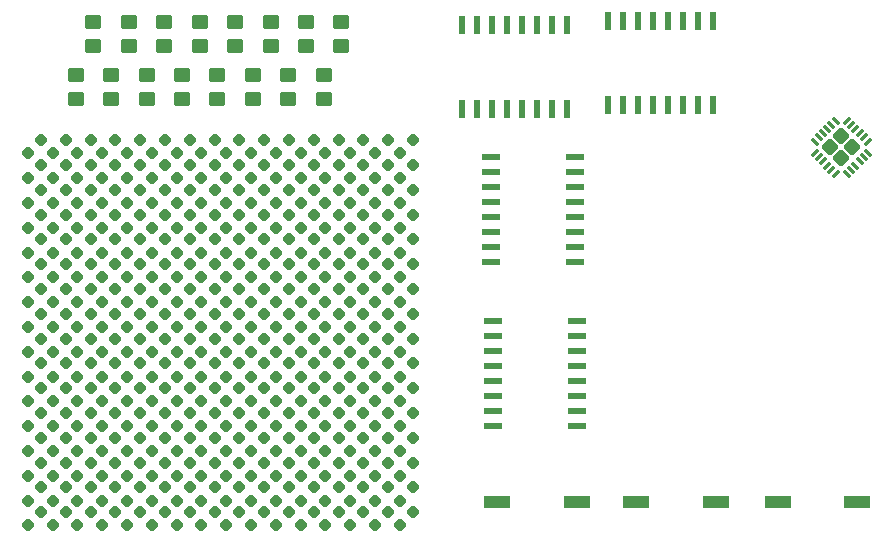
<source format=gbr>
%TF.GenerationSoftware,KiCad,Pcbnew,(6.0.5)*%
%TF.CreationDate,2022-07-14T17:11:25-07:00*%
%TF.ProjectId,PCBbuscard,50434262-7573-4636-9172-642e6b696361,rev?*%
%TF.SameCoordinates,Original*%
%TF.FileFunction,Paste,Top*%
%TF.FilePolarity,Positive*%
%FSLAX46Y46*%
G04 Gerber Fmt 4.6, Leading zero omitted, Abs format (unit mm)*
G04 Created by KiCad (PCBNEW (6.0.5)) date 2022-07-14 17:11:25*
%MOMM*%
%LPD*%
G01*
G04 APERTURE LIST*
G04 Aperture macros list*
%AMRoundRect*
0 Rectangle with rounded corners*
0 $1 Rounding radius*
0 $2 $3 $4 $5 $6 $7 $8 $9 X,Y pos of 4 corners*
0 Add a 4 corners polygon primitive as box body*
4,1,4,$2,$3,$4,$5,$6,$7,$8,$9,$2,$3,0*
0 Add four circle primitives for the rounded corners*
1,1,$1+$1,$2,$3*
1,1,$1+$1,$4,$5*
1,1,$1+$1,$6,$7*
1,1,$1+$1,$8,$9*
0 Add four rect primitives between the rounded corners*
20,1,$1+$1,$2,$3,$4,$5,0*
20,1,$1+$1,$4,$5,$6,$7,0*
20,1,$1+$1,$6,$7,$8,$9,0*
20,1,$1+$1,$8,$9,$2,$3,0*%
G04 Aperture macros list end*
%ADD10RoundRect,0.218750X0.026517X-0.335876X0.335876X-0.026517X-0.026517X0.335876X-0.335876X0.026517X0*%
%ADD11R,2.160000X1.120000*%
%ADD12RoundRect,0.250000X-0.450000X0.350000X-0.450000X-0.350000X0.450000X-0.350000X0.450000X0.350000X0*%
%ADD13R,1.500000X0.600000*%
%ADD14R,0.600000X1.500000*%
%ADD15RoundRect,0.250000X0.445477X0.000000X0.000000X0.445477X-0.445477X0.000000X0.000000X-0.445477X0*%
%ADD16RoundRect,0.062500X0.291682X-0.203293X-0.203293X0.291682X-0.291682X0.203293X0.203293X-0.291682X0*%
%ADD17RoundRect,0.062500X0.291682X0.203293X0.203293X0.291682X-0.291682X-0.203293X-0.203293X-0.291682X0*%
G04 APERTURE END LIST*
D10*
%TO.C,D190*%
X133423153Y-116616847D03*
X134536847Y-115503153D03*
%TD*%
%TO.C,D7*%
X118723153Y-93516847D03*
X119836847Y-92403153D03*
%TD*%
%TO.C,D32*%
X137623153Y-95616847D03*
X138736847Y-94503153D03*
%TD*%
D11*
%TO.C,SW1*%
X152590000Y-123000000D03*
X145860000Y-123000000D03*
%TD*%
D10*
%TO.C,D69*%
X114523153Y-101916847D03*
X115636847Y-100803153D03*
%TD*%
%TO.C,D36*%
X112423153Y-97716847D03*
X113536847Y-96603153D03*
%TD*%
%TO.C,D129*%
X106123153Y-110316847D03*
X107236847Y-109203153D03*
%TD*%
%TO.C,D155*%
X127123153Y-112416847D03*
X128236847Y-111303153D03*
%TD*%
%TO.C,D132*%
X112423153Y-110316847D03*
X113536847Y-109203153D03*
%TD*%
%TO.C,D227*%
X110323153Y-122916847D03*
X111436847Y-121803153D03*
%TD*%
%TO.C,D28*%
X129223153Y-95616847D03*
X130336847Y-94503153D03*
%TD*%
%TO.C,D58*%
X125023153Y-99816847D03*
X126136847Y-98703153D03*
%TD*%
D12*
%TO.C,R12*%
X116175001Y-86900000D03*
X116175001Y-88900000D03*
%TD*%
D10*
%TO.C,D181*%
X114523153Y-116616847D03*
X115636847Y-115503153D03*
%TD*%
%TO.C,D163*%
X110323153Y-114516847D03*
X111436847Y-113403153D03*
%TD*%
%TO.C,D204*%
X129223153Y-118716847D03*
X130336847Y-117603153D03*
%TD*%
%TO.C,D235*%
X127123153Y-122916847D03*
X128236847Y-121803153D03*
%TD*%
%TO.C,D11*%
X127123153Y-93516847D03*
X128236847Y-92403153D03*
%TD*%
%TO.C,D164*%
X112423153Y-114516847D03*
X113536847Y-113403153D03*
%TD*%
%TO.C,D84*%
X112423153Y-104016847D03*
X113536847Y-102903153D03*
%TD*%
%TO.C,D38*%
X116623153Y-97716847D03*
X117736847Y-96603153D03*
%TD*%
%TO.C,D225*%
X106123153Y-122916847D03*
X107236847Y-121803153D03*
%TD*%
%TO.C,D186*%
X125023153Y-116616847D03*
X126136847Y-115503153D03*
%TD*%
%TO.C,D191*%
X135523153Y-116616847D03*
X136636847Y-115503153D03*
%TD*%
%TO.C,D1*%
X106123153Y-93516847D03*
X107236847Y-92403153D03*
%TD*%
%TO.C,D120*%
X120823153Y-108216847D03*
X121936847Y-107103153D03*
%TD*%
%TO.C,D18*%
X108223153Y-95616847D03*
X109336847Y-94503153D03*
%TD*%
D13*
%TO.C,U4*%
X145525000Y-107705000D03*
X145525000Y-108975000D03*
X145525000Y-110245000D03*
X145525000Y-111515000D03*
X145525000Y-112785000D03*
X145525000Y-114055000D03*
X145525000Y-115325000D03*
X145525000Y-116595000D03*
X152625000Y-116595000D03*
X152625000Y-115325000D03*
X152625000Y-114055000D03*
X152625000Y-112785000D03*
X152625000Y-111515000D03*
X152625000Y-110245000D03*
X152625000Y-108975000D03*
X152625000Y-107705000D03*
%TD*%
D10*
%TO.C,D184*%
X120823153Y-116616847D03*
X121936847Y-115503153D03*
%TD*%
%TO.C,D171*%
X127123153Y-114516847D03*
X128236847Y-113403153D03*
%TD*%
%TO.C,D65*%
X106123153Y-101916847D03*
X107236847Y-100803153D03*
%TD*%
%TO.C,D26*%
X125023153Y-95616847D03*
X126136847Y-94503153D03*
%TD*%
%TO.C,D57*%
X122923153Y-99816847D03*
X124036847Y-98703153D03*
%TD*%
%TO.C,D195*%
X110323153Y-118716847D03*
X111436847Y-117603153D03*
%TD*%
%TO.C,D97*%
X106123153Y-106116847D03*
X107236847Y-105003153D03*
%TD*%
%TO.C,D168*%
X120823153Y-114516847D03*
X121936847Y-113403153D03*
%TD*%
%TO.C,D179*%
X110323153Y-116616847D03*
X111436847Y-115503153D03*
%TD*%
%TO.C,D72*%
X120823153Y-101916847D03*
X121936847Y-100803153D03*
%TD*%
%TO.C,D220*%
X129223153Y-120816847D03*
X130336847Y-119703153D03*
%TD*%
%TO.C,D143*%
X135523153Y-110316847D03*
X136636847Y-109203153D03*
%TD*%
%TO.C,D8*%
X120823153Y-93516847D03*
X121936847Y-92403153D03*
%TD*%
%TO.C,D112*%
X137623153Y-106116847D03*
X138736847Y-105003153D03*
%TD*%
%TO.C,D255*%
X135523153Y-125016847D03*
X136636847Y-123903153D03*
%TD*%
%TO.C,D252*%
X129223153Y-125016847D03*
X130336847Y-123903153D03*
%TD*%
%TO.C,D60*%
X129223153Y-99816847D03*
X130336847Y-98703153D03*
%TD*%
%TO.C,D165*%
X114523153Y-114516847D03*
X115636847Y-113403153D03*
%TD*%
%TO.C,D148*%
X112423153Y-112416847D03*
X113536847Y-111303153D03*
%TD*%
%TO.C,D35*%
X110323153Y-97716847D03*
X111436847Y-96603153D03*
%TD*%
%TO.C,D210*%
X108223153Y-120816847D03*
X109336847Y-119703153D03*
%TD*%
%TO.C,D152*%
X120823153Y-112416847D03*
X121936847Y-111303153D03*
%TD*%
%TO.C,D105*%
X122923153Y-106116847D03*
X124036847Y-105003153D03*
%TD*%
%TO.C,D150*%
X116623153Y-112416847D03*
X117736847Y-111303153D03*
%TD*%
%TO.C,D228*%
X112423153Y-122916847D03*
X113536847Y-121803153D03*
%TD*%
%TO.C,D238*%
X133423153Y-122916847D03*
X134536847Y-121803153D03*
%TD*%
%TO.C,D153*%
X122923153Y-112416847D03*
X124036847Y-111303153D03*
%TD*%
%TO.C,D248*%
X120823153Y-125016847D03*
X121936847Y-123903153D03*
%TD*%
%TO.C,D200*%
X120823153Y-118716847D03*
X121936847Y-117603153D03*
%TD*%
%TO.C,D250*%
X125023153Y-125016847D03*
X126136847Y-123903153D03*
%TD*%
%TO.C,D211*%
X110323153Y-120816847D03*
X111436847Y-119703153D03*
%TD*%
D12*
%TO.C,R7*%
X123675000Y-82400000D03*
X123675000Y-84400000D03*
%TD*%
D10*
%TO.C,D182*%
X116623153Y-116616847D03*
X117736847Y-115503153D03*
%TD*%
%TO.C,D122*%
X125023153Y-108216847D03*
X126136847Y-107103153D03*
%TD*%
D11*
%TO.C,SW3*%
X176365000Y-123000000D03*
X169635000Y-123000000D03*
%TD*%
D10*
%TO.C,D128*%
X137623153Y-108216847D03*
X138736847Y-107103153D03*
%TD*%
%TO.C,D202*%
X125023153Y-118716847D03*
X126136847Y-117603153D03*
%TD*%
%TO.C,D223*%
X135523153Y-120816847D03*
X136636847Y-119703153D03*
%TD*%
%TO.C,D208*%
X137623153Y-118716847D03*
X138736847Y-117603153D03*
%TD*%
%TO.C,D6*%
X116623153Y-93516847D03*
X117736847Y-92403153D03*
%TD*%
%TO.C,D149*%
X114523153Y-112416847D03*
X115636847Y-111303153D03*
%TD*%
%TO.C,D2*%
X108223153Y-93516847D03*
X109336847Y-92403153D03*
%TD*%
%TO.C,D118*%
X116623153Y-108216847D03*
X117736847Y-107103153D03*
%TD*%
%TO.C,D70*%
X116623153Y-101916847D03*
X117736847Y-100803153D03*
%TD*%
%TO.C,D170*%
X125023153Y-114516847D03*
X126136847Y-113403153D03*
%TD*%
%TO.C,D131*%
X110323153Y-110316847D03*
X111436847Y-109203153D03*
%TD*%
%TO.C,D147*%
X110323153Y-112416847D03*
X111436847Y-111303153D03*
%TD*%
%TO.C,D61*%
X132436847Y-98703153D03*
X131323153Y-99816847D03*
%TD*%
%TO.C,D175*%
X135523153Y-114516847D03*
X136636847Y-113403153D03*
%TD*%
%TO.C,D139*%
X127123153Y-110316847D03*
X128236847Y-109203153D03*
%TD*%
%TO.C,D240*%
X137623153Y-122916847D03*
X138736847Y-121803153D03*
%TD*%
%TO.C,D127*%
X135523153Y-108216847D03*
X136636847Y-107103153D03*
%TD*%
%TO.C,D50*%
X108223153Y-99816847D03*
X109336847Y-98703153D03*
%TD*%
%TO.C,D205*%
X132436847Y-117603153D03*
X131323153Y-118716847D03*
%TD*%
%TO.C,D154*%
X125023153Y-112416847D03*
X126136847Y-111303153D03*
%TD*%
%TO.C,D90*%
X125023153Y-104016847D03*
X126136847Y-102903153D03*
%TD*%
%TO.C,D229*%
X114523153Y-122916847D03*
X115636847Y-121803153D03*
%TD*%
%TO.C,D16*%
X137623153Y-93516847D03*
X138736847Y-92403153D03*
%TD*%
%TO.C,D251*%
X127123153Y-125016847D03*
X128236847Y-123903153D03*
%TD*%
%TO.C,D41*%
X122923153Y-97716847D03*
X124036847Y-96603153D03*
%TD*%
%TO.C,D124*%
X129223153Y-108216847D03*
X130336847Y-107103153D03*
%TD*%
%TO.C,D3*%
X110323153Y-93516847D03*
X111436847Y-92403153D03*
%TD*%
%TO.C,D46*%
X133423153Y-97716847D03*
X134536847Y-96603153D03*
%TD*%
D12*
%TO.C,R2*%
X131175000Y-86900000D03*
X131175000Y-88900000D03*
%TD*%
D10*
%TO.C,D206*%
X133423153Y-118716847D03*
X134536847Y-117603153D03*
%TD*%
%TO.C,D162*%
X108223153Y-114516847D03*
X109336847Y-113403153D03*
%TD*%
%TO.C,D13*%
X132436847Y-92403153D03*
X131323153Y-93516847D03*
%TD*%
%TO.C,D207*%
X135523153Y-118716847D03*
X136636847Y-117603153D03*
%TD*%
%TO.C,D233*%
X122923153Y-122916847D03*
X124036847Y-121803153D03*
%TD*%
%TO.C,D103*%
X118723153Y-106116847D03*
X119836847Y-105003153D03*
%TD*%
%TO.C,D83*%
X110323153Y-104016847D03*
X111436847Y-102903153D03*
%TD*%
%TO.C,D29*%
X132436847Y-94503153D03*
X131323153Y-95616847D03*
%TD*%
%TO.C,D123*%
X127123153Y-108216847D03*
X128236847Y-107103153D03*
%TD*%
%TO.C,D55*%
X118723153Y-99816847D03*
X119836847Y-98703153D03*
%TD*%
%TO.C,D87*%
X118723153Y-104016847D03*
X119836847Y-102903153D03*
%TD*%
%TO.C,D231*%
X118723153Y-122916847D03*
X119836847Y-121803153D03*
%TD*%
%TO.C,D62*%
X133423153Y-99816847D03*
X134536847Y-98703153D03*
%TD*%
%TO.C,D116*%
X112423153Y-108216847D03*
X113536847Y-107103153D03*
%TD*%
%TO.C,D31*%
X135523153Y-95616847D03*
X136636847Y-94503153D03*
%TD*%
%TO.C,D88*%
X120823153Y-104016847D03*
X121936847Y-102903153D03*
%TD*%
%TO.C,D161*%
X106123153Y-114516847D03*
X107236847Y-113403153D03*
%TD*%
%TO.C,D85*%
X114523153Y-104016847D03*
X115636847Y-102903153D03*
%TD*%
%TO.C,D215*%
X118723153Y-120816847D03*
X119836847Y-119703153D03*
%TD*%
%TO.C,D203*%
X127123153Y-118716847D03*
X128236847Y-117603153D03*
%TD*%
%TO.C,D101*%
X114523153Y-106116847D03*
X115636847Y-105003153D03*
%TD*%
%TO.C,D10*%
X125023153Y-93516847D03*
X126136847Y-92403153D03*
%TD*%
%TO.C,D27*%
X127123153Y-95616847D03*
X128236847Y-94503153D03*
%TD*%
%TO.C,D114*%
X108223153Y-108216847D03*
X109336847Y-107103153D03*
%TD*%
%TO.C,D253*%
X132436847Y-123903153D03*
X131323153Y-125016847D03*
%TD*%
%TO.C,D82*%
X108223153Y-104016847D03*
X109336847Y-102903153D03*
%TD*%
%TO.C,D109*%
X132436847Y-105003153D03*
X131323153Y-106116847D03*
%TD*%
%TO.C,D236*%
X129223153Y-122916847D03*
X130336847Y-121803153D03*
%TD*%
%TO.C,D226*%
X108223153Y-122916847D03*
X109336847Y-121803153D03*
%TD*%
%TO.C,D232*%
X120823153Y-122916847D03*
X121936847Y-121803153D03*
%TD*%
%TO.C,D74*%
X125023153Y-101916847D03*
X126136847Y-100803153D03*
%TD*%
D12*
%TO.C,R9*%
X120675001Y-82400000D03*
X120675001Y-84400000D03*
%TD*%
D10*
%TO.C,D67*%
X110323153Y-101916847D03*
X111436847Y-100803153D03*
%TD*%
%TO.C,D33*%
X106123153Y-97716847D03*
X107236847Y-96603153D03*
%TD*%
%TO.C,D140*%
X129223153Y-110316847D03*
X130336847Y-109203153D03*
%TD*%
%TO.C,D71*%
X118723153Y-101916847D03*
X119836847Y-100803153D03*
%TD*%
%TO.C,D66*%
X108223153Y-101916847D03*
X109336847Y-100803153D03*
%TD*%
%TO.C,D104*%
X120823153Y-106116847D03*
X121936847Y-105003153D03*
%TD*%
%TO.C,D209*%
X106123153Y-120816847D03*
X107236847Y-119703153D03*
%TD*%
%TO.C,D78*%
X133423153Y-101916847D03*
X134536847Y-100803153D03*
%TD*%
D14*
%TO.C,U1*%
X164170000Y-82325000D03*
X162900000Y-82325000D03*
X161630000Y-82325000D03*
X160360000Y-82325000D03*
X159090000Y-82325000D03*
X157820000Y-82325000D03*
X156550000Y-82325000D03*
X155280000Y-82325000D03*
X155280000Y-89425000D03*
X156550000Y-89425000D03*
X157820000Y-89425000D03*
X159090000Y-89425000D03*
X160360000Y-89425000D03*
X161630000Y-89425000D03*
X162900000Y-89425000D03*
X164170000Y-89425000D03*
%TD*%
D10*
%TO.C,D136*%
X120823153Y-110316847D03*
X121936847Y-109203153D03*
%TD*%
%TO.C,D99*%
X110323153Y-106116847D03*
X111436847Y-105003153D03*
%TD*%
%TO.C,D102*%
X116623153Y-106116847D03*
X117736847Y-105003153D03*
%TD*%
%TO.C,D111*%
X135523153Y-106116847D03*
X136636847Y-105003153D03*
%TD*%
%TO.C,D135*%
X118723153Y-110316847D03*
X119836847Y-109203153D03*
%TD*%
%TO.C,D37*%
X114523153Y-97716847D03*
X115636847Y-96603153D03*
%TD*%
%TO.C,D241*%
X106123153Y-125016847D03*
X107236847Y-123903153D03*
%TD*%
D12*
%TO.C,R11*%
X117675001Y-82400000D03*
X117675001Y-84400000D03*
%TD*%
D10*
%TO.C,D53*%
X114523153Y-99816847D03*
X115636847Y-98703153D03*
%TD*%
%TO.C,D15*%
X135523153Y-93516847D03*
X136636847Y-92403153D03*
%TD*%
D13*
%TO.C,U3*%
X145375000Y-93855000D03*
X145375000Y-95125000D03*
X145375000Y-96395000D03*
X145375000Y-97665000D03*
X145375000Y-98935000D03*
X145375000Y-100205000D03*
X145375000Y-101475000D03*
X145375000Y-102745000D03*
X152475000Y-102745000D03*
X152475000Y-101475000D03*
X152475000Y-100205000D03*
X152475000Y-98935000D03*
X152475000Y-97665000D03*
X152475000Y-96395000D03*
X152475000Y-95125000D03*
X152475000Y-93855000D03*
%TD*%
D10*
%TO.C,D4*%
X112423153Y-93516847D03*
X113536847Y-92403153D03*
%TD*%
%TO.C,D100*%
X112423153Y-106116847D03*
X113536847Y-105003153D03*
%TD*%
D12*
%TO.C,R6*%
X125175001Y-86900000D03*
X125175001Y-88900000D03*
%TD*%
D10*
%TO.C,D187*%
X127123153Y-116616847D03*
X128236847Y-115503153D03*
%TD*%
%TO.C,D56*%
X120823153Y-99816847D03*
X121936847Y-98703153D03*
%TD*%
%TO.C,D24*%
X120823153Y-95616847D03*
X121936847Y-94503153D03*
%TD*%
%TO.C,D166*%
X116623153Y-114516847D03*
X117736847Y-113403153D03*
%TD*%
%TO.C,D249*%
X122923153Y-125016847D03*
X124036847Y-123903153D03*
%TD*%
%TO.C,D68*%
X112423153Y-101916847D03*
X113536847Y-100803153D03*
%TD*%
D12*
%TO.C,R8*%
X122174999Y-86900000D03*
X122174999Y-88900000D03*
%TD*%
D10*
%TO.C,D224*%
X137623153Y-120816847D03*
X138736847Y-119703153D03*
%TD*%
%TO.C,D158*%
X133423153Y-112416847D03*
X134536847Y-111303153D03*
%TD*%
%TO.C,D246*%
X116623153Y-125016847D03*
X117736847Y-123903153D03*
%TD*%
%TO.C,D75*%
X127123153Y-101916847D03*
X128236847Y-100803153D03*
%TD*%
%TO.C,D119*%
X118723153Y-108216847D03*
X119836847Y-107103153D03*
%TD*%
%TO.C,D198*%
X116623153Y-118716847D03*
X117736847Y-117603153D03*
%TD*%
%TO.C,D176*%
X137623153Y-114516847D03*
X138736847Y-113403153D03*
%TD*%
%TO.C,D9*%
X122923153Y-93516847D03*
X124036847Y-92403153D03*
%TD*%
%TO.C,D137*%
X122923153Y-110316847D03*
X124036847Y-109203153D03*
%TD*%
%TO.C,D43*%
X127123153Y-97716847D03*
X128236847Y-96603153D03*
%TD*%
%TO.C,D63*%
X135523153Y-99816847D03*
X136636847Y-98703153D03*
%TD*%
%TO.C,D174*%
X133423153Y-114516847D03*
X134536847Y-113403153D03*
%TD*%
%TO.C,D92*%
X129223153Y-104016847D03*
X130336847Y-102903153D03*
%TD*%
%TO.C,D185*%
X122923153Y-116616847D03*
X124036847Y-115503153D03*
%TD*%
%TO.C,D142*%
X133423153Y-110316847D03*
X134536847Y-109203153D03*
%TD*%
%TO.C,D193*%
X106123153Y-118716847D03*
X107236847Y-117603153D03*
%TD*%
%TO.C,D40*%
X120823153Y-97716847D03*
X121936847Y-96603153D03*
%TD*%
%TO.C,D244*%
X112423153Y-125016847D03*
X113536847Y-123903153D03*
%TD*%
%TO.C,D94*%
X133423153Y-104016847D03*
X134536847Y-102903153D03*
%TD*%
%TO.C,D243*%
X110323153Y-125016847D03*
X111436847Y-123903153D03*
%TD*%
%TO.C,D216*%
X120823153Y-120816847D03*
X121936847Y-119703153D03*
%TD*%
%TO.C,D156*%
X129223153Y-112416847D03*
X130336847Y-111303153D03*
%TD*%
%TO.C,D14*%
X133423153Y-93516847D03*
X134536847Y-92403153D03*
%TD*%
%TO.C,D239*%
X135523153Y-122916847D03*
X136636847Y-121803153D03*
%TD*%
%TO.C,D177*%
X106123153Y-116616847D03*
X107236847Y-115503153D03*
%TD*%
%TO.C,D245*%
X114523153Y-125016847D03*
X115636847Y-123903153D03*
%TD*%
%TO.C,D230*%
X116623153Y-122916847D03*
X117736847Y-121803153D03*
%TD*%
%TO.C,D222*%
X133423153Y-120816847D03*
X134536847Y-119703153D03*
%TD*%
%TO.C,D51*%
X110323153Y-99816847D03*
X111436847Y-98703153D03*
%TD*%
%TO.C,D167*%
X118723153Y-114516847D03*
X119836847Y-113403153D03*
%TD*%
%TO.C,D76*%
X129223153Y-101916847D03*
X130336847Y-100803153D03*
%TD*%
%TO.C,D138*%
X125023153Y-110316847D03*
X126136847Y-109203153D03*
%TD*%
D12*
%TO.C,R13*%
X114675001Y-82400000D03*
X114675001Y-84400000D03*
%TD*%
D10*
%TO.C,D77*%
X132436847Y-100803153D03*
X131323153Y-101916847D03*
%TD*%
%TO.C,D23*%
X118723153Y-95616847D03*
X119836847Y-94503153D03*
%TD*%
%TO.C,D81*%
X106123153Y-104016847D03*
X107236847Y-102903153D03*
%TD*%
%TO.C,D172*%
X129223153Y-114516847D03*
X130336847Y-113403153D03*
%TD*%
%TO.C,D213*%
X114523153Y-120816847D03*
X115636847Y-119703153D03*
%TD*%
%TO.C,D247*%
X118723153Y-125016847D03*
X119836847Y-123903153D03*
%TD*%
%TO.C,D146*%
X108223153Y-112416847D03*
X109336847Y-111303153D03*
%TD*%
%TO.C,D44*%
X129223153Y-97716847D03*
X130336847Y-96603153D03*
%TD*%
%TO.C,D79*%
X135523153Y-101916847D03*
X136636847Y-100803153D03*
%TD*%
%TO.C,D145*%
X106123153Y-112416847D03*
X107236847Y-111303153D03*
%TD*%
D14*
%TO.C,U2*%
X151745000Y-82650000D03*
X150475000Y-82650000D03*
X149205000Y-82650000D03*
X147935000Y-82650000D03*
X146665000Y-82650000D03*
X145395000Y-82650000D03*
X144125000Y-82650000D03*
X142855000Y-82650000D03*
X142855000Y-89750000D03*
X144125000Y-89750000D03*
X145395000Y-89750000D03*
X146665000Y-89750000D03*
X147935000Y-89750000D03*
X149205000Y-89750000D03*
X150475000Y-89750000D03*
X151745000Y-89750000D03*
%TD*%
D10*
%TO.C,D126*%
X133423153Y-108216847D03*
X134536847Y-107103153D03*
%TD*%
%TO.C,D256*%
X137623153Y-125016847D03*
X138736847Y-123903153D03*
%TD*%
D12*
%TO.C,R10*%
X119175001Y-86900000D03*
X119175001Y-88900000D03*
%TD*%
D10*
%TO.C,D42*%
X125023153Y-97716847D03*
X126136847Y-96603153D03*
%TD*%
%TO.C,D107*%
X127123153Y-106116847D03*
X128236847Y-105003153D03*
%TD*%
%TO.C,D160*%
X137623153Y-112416847D03*
X138736847Y-111303153D03*
%TD*%
%TO.C,D95*%
X135523153Y-104016847D03*
X136636847Y-102903153D03*
%TD*%
%TO.C,D242*%
X108223153Y-125016847D03*
X109336847Y-123903153D03*
%TD*%
D12*
%TO.C,R3*%
X129675001Y-82400000D03*
X129675001Y-84400000D03*
%TD*%
D10*
%TO.C,D52*%
X112423153Y-99816847D03*
X113536847Y-98703153D03*
%TD*%
%TO.C,D221*%
X132436847Y-119703153D03*
X131323153Y-120816847D03*
%TD*%
D12*
%TO.C,R5*%
X126675001Y-82400000D03*
X126675001Y-84400000D03*
%TD*%
D10*
%TO.C,D117*%
X114523153Y-108216847D03*
X115636847Y-107103153D03*
%TD*%
%TO.C,D108*%
X129223153Y-106116847D03*
X130336847Y-105003153D03*
%TD*%
%TO.C,D110*%
X133423153Y-106116847D03*
X134536847Y-105003153D03*
%TD*%
%TO.C,D86*%
X116623153Y-104016847D03*
X117736847Y-102903153D03*
%TD*%
%TO.C,D30*%
X133423153Y-95616847D03*
X134536847Y-94503153D03*
%TD*%
%TO.C,D54*%
X116623153Y-99816847D03*
X117736847Y-98703153D03*
%TD*%
%TO.C,D197*%
X114523153Y-118716847D03*
X115636847Y-117603153D03*
%TD*%
%TO.C,D183*%
X118723153Y-116616847D03*
X119836847Y-115503153D03*
%TD*%
D12*
%TO.C,R1*%
X132675001Y-82400000D03*
X132675001Y-84400000D03*
%TD*%
D10*
%TO.C,D237*%
X132436847Y-121803153D03*
X131323153Y-122916847D03*
%TD*%
%TO.C,D234*%
X125023153Y-122916847D03*
X126136847Y-121803153D03*
%TD*%
%TO.C,D22*%
X116623153Y-95616847D03*
X117736847Y-94503153D03*
%TD*%
%TO.C,D188*%
X129223153Y-116616847D03*
X130336847Y-115503153D03*
%TD*%
%TO.C,D80*%
X137623153Y-101916847D03*
X138736847Y-100803153D03*
%TD*%
%TO.C,D254*%
X133423153Y-125016847D03*
X134536847Y-123903153D03*
%TD*%
%TO.C,D5*%
X114523153Y-93516847D03*
X115636847Y-92403153D03*
%TD*%
%TO.C,D196*%
X112423153Y-118716847D03*
X113536847Y-117603153D03*
%TD*%
%TO.C,D113*%
X106123153Y-108216847D03*
X107236847Y-107103153D03*
%TD*%
%TO.C,D219*%
X127123153Y-120816847D03*
X128236847Y-119703153D03*
%TD*%
%TO.C,D73*%
X122923153Y-101916847D03*
X124036847Y-100803153D03*
%TD*%
%TO.C,D25*%
X122923153Y-95616847D03*
X124036847Y-94503153D03*
%TD*%
%TO.C,D214*%
X116623153Y-120816847D03*
X117736847Y-119703153D03*
%TD*%
%TO.C,D141*%
X132436847Y-109203153D03*
X131323153Y-110316847D03*
%TD*%
%TO.C,D91*%
X127123153Y-104016847D03*
X128236847Y-102903153D03*
%TD*%
%TO.C,D159*%
X135523153Y-112416847D03*
X136636847Y-111303153D03*
%TD*%
D12*
%TO.C,R4*%
X128175001Y-88900000D03*
X128175001Y-86900000D03*
%TD*%
D10*
%TO.C,D89*%
X122923153Y-104016847D03*
X124036847Y-102903153D03*
%TD*%
%TO.C,D199*%
X118723153Y-118716847D03*
X119836847Y-117603153D03*
%TD*%
D12*
%TO.C,R15*%
X111675001Y-82400000D03*
X111675001Y-84400000D03*
%TD*%
D10*
%TO.C,D144*%
X137623153Y-110316847D03*
X138736847Y-109203153D03*
%TD*%
%TO.C,D39*%
X118723153Y-97716847D03*
X119836847Y-96603153D03*
%TD*%
%TO.C,D189*%
X132436847Y-115503153D03*
X131323153Y-116616847D03*
%TD*%
%TO.C,D106*%
X125023153Y-106116847D03*
X126136847Y-105003153D03*
%TD*%
%TO.C,D212*%
X112423153Y-120816847D03*
X113536847Y-119703153D03*
%TD*%
%TO.C,D180*%
X112423153Y-116616847D03*
X113536847Y-115503153D03*
%TD*%
D12*
%TO.C,R14*%
X113174999Y-86900000D03*
X113174999Y-88900000D03*
%TD*%
D10*
%TO.C,D96*%
X137623153Y-104016847D03*
X138736847Y-102903153D03*
%TD*%
%TO.C,D45*%
X132436847Y-96603153D03*
X131323153Y-97716847D03*
%TD*%
D15*
%TO.C,U5*%
X175919239Y-93000000D03*
X175000000Y-92080761D03*
X175000000Y-93919239D03*
X174080761Y-93000000D03*
D16*
X175486136Y-95253903D03*
X175839689Y-94900349D03*
X176193243Y-94546796D03*
X176546796Y-94193243D03*
X176900349Y-93839689D03*
X177253903Y-93486136D03*
D17*
X177253903Y-92513864D03*
X176900349Y-92160311D03*
X176546796Y-91806757D03*
X176193243Y-91453204D03*
X175839689Y-91099651D03*
X175486136Y-90746097D03*
D16*
X174513864Y-90746097D03*
X174160311Y-91099651D03*
X173806757Y-91453204D03*
X173453204Y-91806757D03*
X173099651Y-92160311D03*
X172746097Y-92513864D03*
D17*
X172746097Y-93486136D03*
X173099651Y-93839689D03*
X173453204Y-94193243D03*
X173806757Y-94546796D03*
X174160311Y-94900349D03*
X174513864Y-95253903D03*
%TD*%
D10*
%TO.C,D20*%
X112423153Y-95616847D03*
X113536847Y-94503153D03*
%TD*%
%TO.C,D21*%
X114523153Y-95616847D03*
X115636847Y-94503153D03*
%TD*%
%TO.C,D157*%
X132436847Y-111303153D03*
X131323153Y-112416847D03*
%TD*%
%TO.C,D218*%
X125023153Y-120816847D03*
X126136847Y-119703153D03*
%TD*%
%TO.C,D64*%
X137623153Y-99816847D03*
X138736847Y-98703153D03*
%TD*%
%TO.C,D19*%
X110323153Y-95616847D03*
X111436847Y-94503153D03*
%TD*%
%TO.C,D133*%
X114523153Y-110316847D03*
X115636847Y-109203153D03*
%TD*%
D12*
%TO.C,R16*%
X110175001Y-86900000D03*
X110175001Y-88900000D03*
%TD*%
D10*
%TO.C,D17*%
X106123153Y-95616847D03*
X107236847Y-94503153D03*
%TD*%
%TO.C,D173*%
X132436847Y-113403153D03*
X131323153Y-114516847D03*
%TD*%
%TO.C,D115*%
X110323153Y-108216847D03*
X111436847Y-107103153D03*
%TD*%
%TO.C,D48*%
X137623153Y-97716847D03*
X138736847Y-96603153D03*
%TD*%
%TO.C,D47*%
X135523153Y-97716847D03*
X136636847Y-96603153D03*
%TD*%
%TO.C,D151*%
X118723153Y-112416847D03*
X119836847Y-111303153D03*
%TD*%
%TO.C,D49*%
X106123153Y-99816847D03*
X107236847Y-98703153D03*
%TD*%
%TO.C,D93*%
X132436847Y-102903153D03*
X131323153Y-104016847D03*
%TD*%
%TO.C,D34*%
X108223153Y-97716847D03*
X109336847Y-96603153D03*
%TD*%
%TO.C,D169*%
X122923153Y-114516847D03*
X124036847Y-113403153D03*
%TD*%
%TO.C,D192*%
X137623153Y-116616847D03*
X138736847Y-115503153D03*
%TD*%
%TO.C,D130*%
X108223153Y-110316847D03*
X109336847Y-109203153D03*
%TD*%
D11*
%TO.C,SW2*%
X157635000Y-123000000D03*
X164365000Y-123000000D03*
%TD*%
D10*
%TO.C,D134*%
X116623153Y-110316847D03*
X117736847Y-109203153D03*
%TD*%
%TO.C,D98*%
X108223153Y-106116847D03*
X109336847Y-105003153D03*
%TD*%
%TO.C,D194*%
X108223153Y-118716847D03*
X109336847Y-117603153D03*
%TD*%
%TO.C,D125*%
X132436847Y-107103153D03*
X131323153Y-108216847D03*
%TD*%
%TO.C,D178*%
X108223153Y-116616847D03*
X109336847Y-115503153D03*
%TD*%
%TO.C,D12*%
X129223153Y-93516847D03*
X130336847Y-92403153D03*
%TD*%
%TO.C,D121*%
X122923153Y-108216847D03*
X124036847Y-107103153D03*
%TD*%
%TO.C,D59*%
X127123153Y-99816847D03*
X128236847Y-98703153D03*
%TD*%
%TO.C,D217*%
X122923153Y-120816847D03*
X124036847Y-119703153D03*
%TD*%
%TO.C,D201*%
X122923153Y-118716847D03*
X124036847Y-117603153D03*
%TD*%
M02*

</source>
